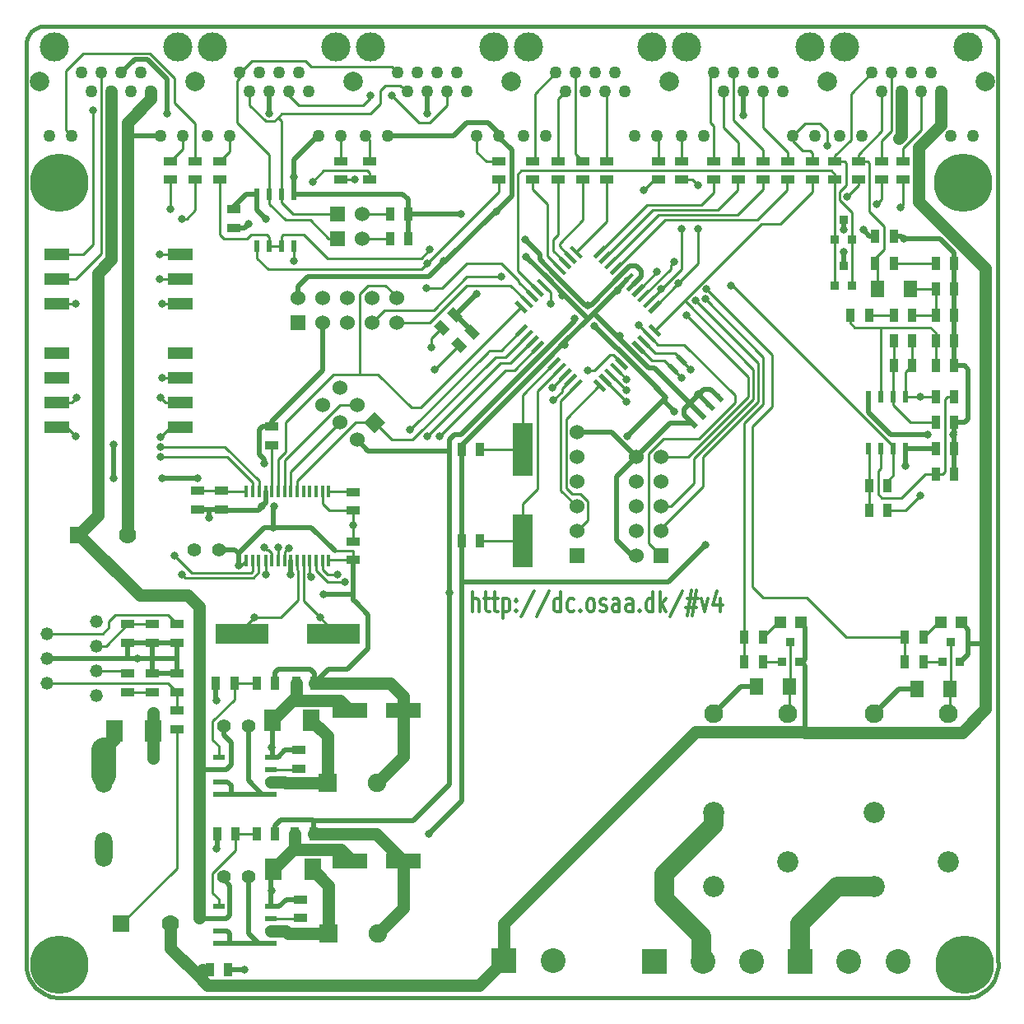
<source format=gtl>
G04 (created by PCBNEW-RS274X (2010-12-18 BZR 2669)-stable) date 2011-01-01T22:16:00 CET*
G01*
G70*
G90*
%MOIN*%
G04 Gerber Fmt 3.4, Leading zero omitted, Abs format*
%FSLAX34Y34*%
G04 APERTURE LIST*
%ADD10C,0.006000*%
%ADD11C,0.012000*%
%ADD12C,0.015000*%
%ADD13R,0.070000X0.070000*%
%ADD14C,0.070000*%
%ADD15C,0.060000*%
%ADD16R,0.060000X0.060000*%
%ADD17R,0.078700X0.216500*%
%ADD18R,0.035000X0.055000*%
%ADD19R,0.020000X0.045000*%
%ADD20R,0.036000X0.036000*%
%ADD21R,0.070900X0.086600*%
%ADD22R,0.075000X0.075000*%
%ADD23C,0.075000*%
%ADD24C,0.055000*%
%ADD25R,0.055000X0.035000*%
%ADD26R,0.047200X0.047200*%
%ADD27R,0.016000X0.050000*%
%ADD28R,0.141700X0.063000*%
%ADD29R,0.216500X0.078700*%
%ADD30R,0.045000X0.020000*%
%ADD31R,0.100000X0.050000*%
%ADD32C,0.236200*%
%ADD33R,0.055100X0.070800*%
%ADD34C,0.078700*%
%ADD35C,0.050000*%
%ADD36C,0.118100*%
%ADD37C,0.076000*%
%ADD38C,0.085900*%
%ADD39C,0.052000*%
%ADD40O,0.070500X0.141000*%
%ADD41R,0.100000X0.100000*%
%ADD42C,0.100000*%
%ADD43C,0.031500*%
%ADD44C,0.010000*%
%ADD45C,0.019700*%
%ADD46C,0.049200*%
%ADD47C,0.078700*%
%ADD48C,0.098400*%
G04 APERTURE END LIST*
G54D10*
G54D11*
X18920Y-25524D02*
X18920Y-24724D01*
X19177Y-25524D02*
X19177Y-25105D01*
X19148Y-25029D01*
X19091Y-24990D01*
X19006Y-24990D01*
X18948Y-25029D01*
X18920Y-25067D01*
X19377Y-24990D02*
X19606Y-24990D01*
X19463Y-24724D02*
X19463Y-25410D01*
X19491Y-25486D01*
X19549Y-25524D01*
X19606Y-25524D01*
X19720Y-24990D02*
X19949Y-24990D01*
X19806Y-24724D02*
X19806Y-25410D01*
X19834Y-25486D01*
X19892Y-25524D01*
X19949Y-25524D01*
X20149Y-24990D02*
X20149Y-25790D01*
X20149Y-25029D02*
X20206Y-24990D01*
X20320Y-24990D01*
X20377Y-25029D01*
X20406Y-25067D01*
X20435Y-25143D01*
X20435Y-25371D01*
X20406Y-25448D01*
X20377Y-25486D01*
X20320Y-25524D01*
X20206Y-25524D01*
X20149Y-25486D01*
X20692Y-25448D02*
X20720Y-25486D01*
X20692Y-25524D01*
X20663Y-25486D01*
X20692Y-25448D01*
X20692Y-25524D01*
X20692Y-25029D02*
X20720Y-25067D01*
X20692Y-25105D01*
X20663Y-25067D01*
X20692Y-25029D01*
X20692Y-25105D01*
X21406Y-24686D02*
X20892Y-25714D01*
X22035Y-24686D02*
X21521Y-25714D01*
X22493Y-25524D02*
X22493Y-24724D01*
X22493Y-25486D02*
X22436Y-25524D01*
X22322Y-25524D01*
X22264Y-25486D01*
X22236Y-25448D01*
X22207Y-25371D01*
X22207Y-25143D01*
X22236Y-25067D01*
X22264Y-25029D01*
X22322Y-24990D01*
X22436Y-24990D01*
X22493Y-25029D01*
X23036Y-25486D02*
X22979Y-25524D01*
X22865Y-25524D01*
X22807Y-25486D01*
X22779Y-25448D01*
X22750Y-25371D01*
X22750Y-25143D01*
X22779Y-25067D01*
X22807Y-25029D01*
X22865Y-24990D01*
X22979Y-24990D01*
X23036Y-25029D01*
X23293Y-25448D02*
X23321Y-25486D01*
X23293Y-25524D01*
X23264Y-25486D01*
X23293Y-25448D01*
X23293Y-25524D01*
X23665Y-25524D02*
X23607Y-25486D01*
X23579Y-25448D01*
X23550Y-25371D01*
X23550Y-25143D01*
X23579Y-25067D01*
X23607Y-25029D01*
X23665Y-24990D01*
X23750Y-24990D01*
X23807Y-25029D01*
X23836Y-25067D01*
X23865Y-25143D01*
X23865Y-25371D01*
X23836Y-25448D01*
X23807Y-25486D01*
X23750Y-25524D01*
X23665Y-25524D01*
X24093Y-25486D02*
X24150Y-25524D01*
X24265Y-25524D01*
X24322Y-25486D01*
X24350Y-25410D01*
X24350Y-25371D01*
X24322Y-25295D01*
X24265Y-25257D01*
X24179Y-25257D01*
X24122Y-25219D01*
X24093Y-25143D01*
X24093Y-25105D01*
X24122Y-25029D01*
X24179Y-24990D01*
X24265Y-24990D01*
X24322Y-25029D01*
X24865Y-25524D02*
X24865Y-25105D01*
X24836Y-25029D01*
X24779Y-24990D01*
X24665Y-24990D01*
X24608Y-25029D01*
X24865Y-25486D02*
X24808Y-25524D01*
X24665Y-25524D01*
X24608Y-25486D01*
X24579Y-25410D01*
X24579Y-25333D01*
X24608Y-25257D01*
X24665Y-25219D01*
X24808Y-25219D01*
X24865Y-25181D01*
X25408Y-25524D02*
X25408Y-25105D01*
X25379Y-25029D01*
X25322Y-24990D01*
X25208Y-24990D01*
X25151Y-25029D01*
X25408Y-25486D02*
X25351Y-25524D01*
X25208Y-25524D01*
X25151Y-25486D01*
X25122Y-25410D01*
X25122Y-25333D01*
X25151Y-25257D01*
X25208Y-25219D01*
X25351Y-25219D01*
X25408Y-25181D01*
X25694Y-25448D02*
X25722Y-25486D01*
X25694Y-25524D01*
X25665Y-25486D01*
X25694Y-25448D01*
X25694Y-25524D01*
X26237Y-25524D02*
X26237Y-24724D01*
X26237Y-25486D02*
X26180Y-25524D01*
X26066Y-25524D01*
X26008Y-25486D01*
X25980Y-25448D01*
X25951Y-25371D01*
X25951Y-25143D01*
X25980Y-25067D01*
X26008Y-25029D01*
X26066Y-24990D01*
X26180Y-24990D01*
X26237Y-25029D01*
X26523Y-25524D02*
X26523Y-24724D01*
X26580Y-25219D02*
X26751Y-25524D01*
X26751Y-24990D02*
X26523Y-25295D01*
X27437Y-24686D02*
X26923Y-25714D01*
X27609Y-24990D02*
X28038Y-24990D01*
X27781Y-24648D02*
X27609Y-25676D01*
X27981Y-25333D02*
X27552Y-25333D01*
X27809Y-25676D02*
X27981Y-24648D01*
X28181Y-24990D02*
X28324Y-25524D01*
X28466Y-24990D01*
X28952Y-24990D02*
X28952Y-25524D01*
X28809Y-24686D02*
X28666Y-25257D01*
X29038Y-25257D01*
G54D12*
X00850Y-39900D02*
X00850Y-02550D01*
X39000Y-41150D02*
X02300Y-41150D01*
X40200Y-02550D02*
X40200Y-39650D01*
X01600Y-01800D02*
X39450Y-01800D01*
X01600Y-01800D02*
X01535Y-01803D01*
X01470Y-01812D01*
X01406Y-01826D01*
X01344Y-01846D01*
X01284Y-01871D01*
X01226Y-01901D01*
X01170Y-01936D01*
X01118Y-01976D01*
X01070Y-02020D01*
X01026Y-02068D01*
X00986Y-02120D01*
X00951Y-02176D01*
X00921Y-02234D01*
X00896Y-02294D01*
X00876Y-02356D01*
X00862Y-02420D01*
X00853Y-02485D01*
X00850Y-02550D01*
X40200Y-02550D02*
X40197Y-02485D01*
X40188Y-02420D01*
X40174Y-02356D01*
X40154Y-02294D01*
X40129Y-02234D01*
X40099Y-02176D01*
X40064Y-02120D01*
X40024Y-02068D01*
X39980Y-02020D01*
X39932Y-01976D01*
X39880Y-01936D01*
X39825Y-01901D01*
X39766Y-01871D01*
X39706Y-01846D01*
X39644Y-01826D01*
X39580Y-01812D01*
X39515Y-01803D01*
X39450Y-01800D01*
X38999Y-41149D02*
X39116Y-41131D01*
X39231Y-41103D01*
X39343Y-41065D01*
X39451Y-41017D01*
X39555Y-40960D01*
X39653Y-40894D01*
X39746Y-40820D01*
X39831Y-40738D01*
X39909Y-40649D01*
X39979Y-40553D01*
X40041Y-40452D01*
X40093Y-40345D01*
X40136Y-40235D01*
X40169Y-40121D01*
X40192Y-40005D01*
X40205Y-39887D01*
X40207Y-39770D01*
X40199Y-39651D01*
X00851Y-39899D02*
X00865Y-40016D01*
X00889Y-40131D01*
X00923Y-40244D01*
X00966Y-40354D01*
X01019Y-40460D01*
X01081Y-40560D01*
X01152Y-40655D01*
X01231Y-40743D01*
X01316Y-40824D01*
X01409Y-40897D01*
X01508Y-40962D01*
X01612Y-41018D01*
X01720Y-41064D01*
X01832Y-41101D01*
X01947Y-41129D01*
X02064Y-41146D01*
X02182Y-41152D01*
X02299Y-41149D01*
G54D13*
X04700Y-38150D03*
G54D14*
X06700Y-38150D03*
G54D13*
X02950Y-22400D03*
G54D14*
X04950Y-22400D03*
G54D10*
G36*
X22165Y-12328D02*
X21740Y-11903D01*
X21853Y-11790D01*
X22278Y-12215D01*
X22165Y-12328D01*
X22165Y-12328D01*
G37*
G36*
X21942Y-12551D02*
X21517Y-12126D01*
X21630Y-12013D01*
X22055Y-12438D01*
X21942Y-12551D01*
X21942Y-12551D01*
G37*
G36*
X21720Y-12773D02*
X21295Y-12348D01*
X21408Y-12235D01*
X21833Y-12660D01*
X21720Y-12773D01*
X21720Y-12773D01*
G37*
G36*
X21497Y-12996D02*
X21072Y-12571D01*
X21185Y-12458D01*
X21610Y-12883D01*
X21497Y-12996D01*
X21497Y-12996D01*
G37*
G36*
X21274Y-13219D02*
X20849Y-12794D01*
X20962Y-12681D01*
X21387Y-13106D01*
X21274Y-13219D01*
X21274Y-13219D01*
G37*
G36*
X21051Y-13442D02*
X20626Y-13017D01*
X20739Y-12904D01*
X21164Y-13329D01*
X21051Y-13442D01*
X21051Y-13442D01*
G37*
G36*
X22388Y-12105D02*
X21963Y-11680D01*
X22076Y-11567D01*
X22501Y-11992D01*
X22388Y-12105D01*
X22388Y-12105D01*
G37*
G36*
X22610Y-11883D02*
X22185Y-11458D01*
X22298Y-11345D01*
X22723Y-11770D01*
X22610Y-11883D01*
X22610Y-11883D01*
G37*
G36*
X22833Y-11660D02*
X22408Y-11235D01*
X22521Y-11122D01*
X22946Y-11547D01*
X22833Y-11660D01*
X22833Y-11660D01*
G37*
G36*
X23056Y-11437D02*
X22631Y-11012D01*
X22744Y-10899D01*
X23169Y-11324D01*
X23056Y-11437D01*
X23056Y-11437D01*
G37*
G36*
X23279Y-11214D02*
X22854Y-10789D01*
X22967Y-10676D01*
X23392Y-11101D01*
X23279Y-11214D01*
X23279Y-11214D01*
G37*
G36*
X25347Y-15510D02*
X24922Y-15085D01*
X25035Y-14972D01*
X25460Y-15397D01*
X25347Y-15510D01*
X25347Y-15510D01*
G37*
G36*
X25124Y-15733D02*
X24699Y-15308D01*
X24812Y-15195D01*
X25237Y-15620D01*
X25124Y-15733D01*
X25124Y-15733D01*
G37*
G36*
X24902Y-15955D02*
X24477Y-15530D01*
X24590Y-15417D01*
X25015Y-15842D01*
X24902Y-15955D01*
X24902Y-15955D01*
G37*
G36*
X24679Y-16178D02*
X24254Y-15753D01*
X24367Y-15640D01*
X24792Y-16065D01*
X24679Y-16178D01*
X24679Y-16178D01*
G37*
G36*
X24456Y-16401D02*
X24031Y-15976D01*
X24144Y-15863D01*
X24569Y-16288D01*
X24456Y-16401D01*
X24456Y-16401D01*
G37*
G36*
X24233Y-16624D02*
X23808Y-16199D01*
X23921Y-16086D01*
X24346Y-16511D01*
X24233Y-16624D01*
X24233Y-16624D01*
G37*
G36*
X25570Y-15287D02*
X25145Y-14862D01*
X25258Y-14749D01*
X25683Y-15174D01*
X25570Y-15287D01*
X25570Y-15287D01*
G37*
G36*
X25792Y-15065D02*
X25367Y-14640D01*
X25480Y-14527D01*
X25905Y-14952D01*
X25792Y-15065D01*
X25792Y-15065D01*
G37*
G36*
X26015Y-14842D02*
X25590Y-14417D01*
X25703Y-14304D01*
X26128Y-14729D01*
X26015Y-14842D01*
X26015Y-14842D01*
G37*
G36*
X26238Y-14619D02*
X25813Y-14194D01*
X25926Y-14081D01*
X26351Y-14506D01*
X26238Y-14619D01*
X26238Y-14619D01*
G37*
G36*
X26461Y-14396D02*
X26036Y-13971D01*
X26149Y-13858D01*
X26574Y-14283D01*
X26461Y-14396D01*
X26461Y-14396D01*
G37*
G36*
X21853Y-15510D02*
X21740Y-15397D01*
X22165Y-14972D01*
X22278Y-15085D01*
X21853Y-15510D01*
X21853Y-15510D01*
G37*
G36*
X25035Y-12328D02*
X24922Y-12215D01*
X25347Y-11790D01*
X25460Y-11903D01*
X25035Y-12328D01*
X25035Y-12328D01*
G37*
G36*
X22076Y-15733D02*
X21963Y-15620D01*
X22388Y-15195D01*
X22501Y-15308D01*
X22076Y-15733D01*
X22076Y-15733D01*
G37*
G36*
X25258Y-12551D02*
X25145Y-12438D01*
X25570Y-12013D01*
X25683Y-12126D01*
X25258Y-12551D01*
X25258Y-12551D01*
G37*
G36*
X25480Y-12773D02*
X25367Y-12660D01*
X25792Y-12235D01*
X25905Y-12348D01*
X25480Y-12773D01*
X25480Y-12773D01*
G37*
G36*
X22298Y-15955D02*
X22185Y-15842D01*
X22610Y-15417D01*
X22723Y-15530D01*
X22298Y-15955D01*
X22298Y-15955D01*
G37*
G36*
X22521Y-16178D02*
X22408Y-16065D01*
X22833Y-15640D01*
X22946Y-15753D01*
X22521Y-16178D01*
X22521Y-16178D01*
G37*
G36*
X25703Y-12996D02*
X25590Y-12883D01*
X26015Y-12458D01*
X26128Y-12571D01*
X25703Y-12996D01*
X25703Y-12996D01*
G37*
G36*
X25926Y-13219D02*
X25813Y-13106D01*
X26238Y-12681D01*
X26351Y-12794D01*
X25926Y-13219D01*
X25926Y-13219D01*
G37*
G36*
X22744Y-16401D02*
X22631Y-16288D01*
X23056Y-15863D01*
X23169Y-15976D01*
X22744Y-16401D01*
X22744Y-16401D01*
G37*
G36*
X22967Y-16624D02*
X22854Y-16511D01*
X23279Y-16086D01*
X23392Y-16199D01*
X22967Y-16624D01*
X22967Y-16624D01*
G37*
G36*
X26149Y-13442D02*
X26036Y-13329D01*
X26461Y-12904D01*
X26574Y-13017D01*
X26149Y-13442D01*
X26149Y-13442D01*
G37*
G36*
X24812Y-12105D02*
X24699Y-11992D01*
X25124Y-11567D01*
X25237Y-11680D01*
X24812Y-12105D01*
X24812Y-12105D01*
G37*
G36*
X21630Y-15287D02*
X21517Y-15174D01*
X21942Y-14749D01*
X22055Y-14862D01*
X21630Y-15287D01*
X21630Y-15287D01*
G37*
G36*
X21408Y-15065D02*
X21295Y-14952D01*
X21720Y-14527D01*
X21833Y-14640D01*
X21408Y-15065D01*
X21408Y-15065D01*
G37*
G36*
X24590Y-11883D02*
X24477Y-11770D01*
X24902Y-11345D01*
X25015Y-11458D01*
X24590Y-11883D01*
X24590Y-11883D01*
G37*
G36*
X24367Y-11660D02*
X24254Y-11547D01*
X24679Y-11122D01*
X24792Y-11235D01*
X24367Y-11660D01*
X24367Y-11660D01*
G37*
G36*
X21185Y-14842D02*
X21072Y-14729D01*
X21497Y-14304D01*
X21610Y-14417D01*
X21185Y-14842D01*
X21185Y-14842D01*
G37*
G36*
X20962Y-14619D02*
X20849Y-14506D01*
X21274Y-14081D01*
X21387Y-14194D01*
X20962Y-14619D01*
X20962Y-14619D01*
G37*
G36*
X24144Y-11437D02*
X24031Y-11324D01*
X24456Y-10899D01*
X24569Y-11012D01*
X24144Y-11437D01*
X24144Y-11437D01*
G37*
G36*
X23921Y-11214D02*
X23808Y-11101D01*
X24233Y-10676D01*
X24346Y-10789D01*
X23921Y-11214D01*
X23921Y-11214D01*
G37*
G36*
X20739Y-14396D02*
X20626Y-14283D01*
X21051Y-13858D01*
X21164Y-13971D01*
X20739Y-14396D01*
X20739Y-14396D01*
G37*
G36*
X15385Y-17854D02*
X14961Y-18278D01*
X14537Y-17854D01*
X14961Y-17430D01*
X15385Y-17854D01*
X15385Y-17854D01*
G37*
G54D15*
X14254Y-18561D03*
X14254Y-17146D03*
X13546Y-17854D03*
X13546Y-16439D03*
X12839Y-17146D03*
G54D16*
X26550Y-23250D03*
G54D15*
X25550Y-23250D03*
X26550Y-22250D03*
X25550Y-22250D03*
X26550Y-21250D03*
X25550Y-21250D03*
X26550Y-20250D03*
X25550Y-20250D03*
X26550Y-19250D03*
X25550Y-19250D03*
G54D17*
X20950Y-22650D03*
X20950Y-18950D03*
G54D18*
X19225Y-22650D03*
X18475Y-22650D03*
X19225Y-18950D03*
X18475Y-18950D03*
X35725Y-20400D03*
X34975Y-20400D03*
X38425Y-16800D03*
X37675Y-16800D03*
X34975Y-21400D03*
X35725Y-21400D03*
X36725Y-15550D03*
X35975Y-15550D03*
X37675Y-17850D03*
X38425Y-17850D03*
X37675Y-14550D03*
X38425Y-14550D03*
X34225Y-13500D03*
X34975Y-13500D03*
X37675Y-13500D03*
X38425Y-13500D03*
X35225Y-11400D03*
X35975Y-11400D03*
X37675Y-19950D03*
X38425Y-19950D03*
X36725Y-14550D03*
X35975Y-14550D03*
X37675Y-15550D03*
X38425Y-15550D03*
X35975Y-13500D03*
X36725Y-13500D03*
X37675Y-12450D03*
X38425Y-12450D03*
X37675Y-11400D03*
X38425Y-11400D03*
G54D19*
X36450Y-18900D03*
X36450Y-16800D03*
X35950Y-18900D03*
X35450Y-18900D03*
X34950Y-18900D03*
X35950Y-16800D03*
X35450Y-16800D03*
X34950Y-16800D03*
G54D20*
X34300Y-12300D03*
X33600Y-12300D03*
X33950Y-11500D03*
X34300Y-10450D03*
X33600Y-10450D03*
X33950Y-09650D03*
G54D21*
X05990Y-30350D03*
X04410Y-30350D03*
G54D22*
X13100Y-38550D03*
G54D23*
X15100Y-38550D03*
G54D24*
X08850Y-36250D03*
X09850Y-36250D03*
G54D25*
X32700Y-07275D03*
X32700Y-08025D03*
X27400Y-07275D03*
X27400Y-08025D03*
X26450Y-07275D03*
X26450Y-08025D03*
G54D18*
X10925Y-34500D03*
X10175Y-34500D03*
X09325Y-34500D03*
X08575Y-34500D03*
G54D25*
X06950Y-28775D03*
X06950Y-28025D03*
X06950Y-30275D03*
X06950Y-29525D03*
X04950Y-28025D03*
X04950Y-28775D03*
X05950Y-26025D03*
X05950Y-26775D03*
X36350Y-07275D03*
X36350Y-08025D03*
X35500Y-07275D03*
X35500Y-08025D03*
X34550Y-07275D03*
X34550Y-08025D03*
X33600Y-07275D03*
X33600Y-08025D03*
X31700Y-07275D03*
X31700Y-08025D03*
X30700Y-07275D03*
X30700Y-08025D03*
X29700Y-07275D03*
X29700Y-08025D03*
X28700Y-07275D03*
X28700Y-08025D03*
X24350Y-07275D03*
X24350Y-08025D03*
X23400Y-07275D03*
X23400Y-08025D03*
X22400Y-07275D03*
X22400Y-08025D03*
X21350Y-07275D03*
X21350Y-08025D03*
X06950Y-26025D03*
X06950Y-26775D03*
X05950Y-28775D03*
X05950Y-28025D03*
X04950Y-26025D03*
X04950Y-26775D03*
X11950Y-37925D03*
X11950Y-37175D03*
G54D18*
X09025Y-40000D03*
X08275Y-40000D03*
X12475Y-34500D03*
X11725Y-34500D03*
X37675Y-18900D03*
X38425Y-18900D03*
X36425Y-26550D03*
X37175Y-26550D03*
X36425Y-27550D03*
X37175Y-27550D03*
X29925Y-26550D03*
X30675Y-26550D03*
X29925Y-27550D03*
X30675Y-27550D03*
G54D20*
X38650Y-27550D03*
X37950Y-27550D03*
X38300Y-26750D03*
X32150Y-27550D03*
X31450Y-27550D03*
X31800Y-26750D03*
G54D26*
X37887Y-25950D03*
X38713Y-25950D03*
X31387Y-25950D03*
X32213Y-25950D03*
G54D27*
X13100Y-20650D03*
X12850Y-20650D03*
X12590Y-20650D03*
X12330Y-20650D03*
X12080Y-20650D03*
X11820Y-20650D03*
X11560Y-20650D03*
X11310Y-20650D03*
X11050Y-20650D03*
X10800Y-20650D03*
X10540Y-20650D03*
X10280Y-20650D03*
X10030Y-20650D03*
X09770Y-20650D03*
X09770Y-23450D03*
X10030Y-23450D03*
X10270Y-23450D03*
X10540Y-23450D03*
X10800Y-23450D03*
X11050Y-23450D03*
X11310Y-23450D03*
X11560Y-23450D03*
X11820Y-23450D03*
X12080Y-23450D03*
X12330Y-23450D03*
X12590Y-23450D03*
X12850Y-23450D03*
X13100Y-23450D03*
G54D28*
X16133Y-29500D03*
X13967Y-29500D03*
G54D21*
X10810Y-29900D03*
X12390Y-29900D03*
G54D22*
X13050Y-32450D03*
G54D23*
X15050Y-32450D03*
G54D16*
X23150Y-23250D03*
G54D15*
X23150Y-22250D03*
X23150Y-21250D03*
X23150Y-20250D03*
X23150Y-19250D03*
X23150Y-18250D03*
G54D16*
X13450Y-10400D03*
G54D15*
X14450Y-10400D03*
G54D16*
X13450Y-09400D03*
G54D15*
X14450Y-09400D03*
G54D29*
X13300Y-26400D03*
X09600Y-26400D03*
G54D24*
X08650Y-23000D03*
X07650Y-23000D03*
G54D18*
X16325Y-10400D03*
X15575Y-10400D03*
X16325Y-09400D03*
X15575Y-09400D03*
G54D25*
X20000Y-08025D03*
X20000Y-07275D03*
X14750Y-08025D03*
X14750Y-07275D03*
X08700Y-08025D03*
X08700Y-07275D03*
X13600Y-08025D03*
X13600Y-07275D03*
G54D18*
X10925Y-28400D03*
X10175Y-28400D03*
X09275Y-28400D03*
X08525Y-28400D03*
G54D25*
X06700Y-07275D03*
X06700Y-08025D03*
X07700Y-07275D03*
X07700Y-08025D03*
X10800Y-18025D03*
X10800Y-18775D03*
X08750Y-20625D03*
X08750Y-21375D03*
X07800Y-20625D03*
X07800Y-21375D03*
X14100Y-23425D03*
X14100Y-22675D03*
G54D18*
X12525Y-28400D03*
X11775Y-28400D03*
G54D25*
X11900Y-31875D03*
X11900Y-31125D03*
X14100Y-20675D03*
X14100Y-21425D03*
G54D10*
G36*
X26415Y-16618D02*
X26097Y-16300D01*
X26239Y-16158D01*
X26557Y-16476D01*
X26415Y-16618D01*
X26415Y-16618D01*
G37*
G36*
X27900Y-18103D02*
X27582Y-17785D01*
X27724Y-17643D01*
X28042Y-17961D01*
X27900Y-18103D01*
X27900Y-18103D01*
G37*
G36*
X26769Y-16264D02*
X26451Y-15946D01*
X26593Y-15804D01*
X26911Y-16122D01*
X26769Y-16264D01*
X26769Y-16264D01*
G37*
G36*
X27122Y-15911D02*
X26804Y-15593D01*
X26946Y-15451D01*
X27264Y-15769D01*
X27122Y-15911D01*
X27122Y-15911D01*
G37*
G36*
X27476Y-15557D02*
X27158Y-15239D01*
X27300Y-15097D01*
X27618Y-15415D01*
X27476Y-15557D01*
X27476Y-15557D01*
G37*
G36*
X28254Y-17749D02*
X27936Y-17431D01*
X28078Y-17289D01*
X28396Y-17607D01*
X28254Y-17749D01*
X28254Y-17749D01*
G37*
G36*
X28607Y-17396D02*
X28289Y-17078D01*
X28431Y-16936D01*
X28749Y-17254D01*
X28607Y-17396D01*
X28607Y-17396D01*
G37*
G36*
X28961Y-17042D02*
X28643Y-16724D01*
X28785Y-16582D01*
X29103Y-16900D01*
X28961Y-17042D01*
X28961Y-17042D01*
G37*
G54D19*
X10200Y-08600D03*
X10200Y-10700D03*
X10700Y-08600D03*
X11200Y-08600D03*
X11700Y-08600D03*
X10700Y-10700D03*
X11200Y-10700D03*
X11700Y-10700D03*
G54D30*
X08650Y-32900D03*
X10750Y-32900D03*
X08650Y-32400D03*
X08650Y-31900D03*
X08650Y-31400D03*
X10750Y-32400D03*
X10750Y-31900D03*
X10750Y-31400D03*
G54D28*
X16133Y-35600D03*
X13967Y-35600D03*
G54D31*
X07100Y-18050D03*
X07100Y-17050D03*
X07100Y-16050D03*
X07100Y-15050D03*
X07100Y-13050D03*
X07100Y-12050D03*
X07100Y-11050D03*
X02100Y-11050D03*
X02100Y-12050D03*
X02100Y-13050D03*
X02100Y-15050D03*
X02100Y-16050D03*
X02100Y-17050D03*
X02100Y-18050D03*
G54D24*
X08850Y-30150D03*
X09850Y-30150D03*
G54D32*
X38800Y-08150D03*
X38850Y-39800D03*
X02200Y-39800D03*
X02200Y-08150D03*
G54D33*
X38269Y-28650D03*
X36931Y-28650D03*
X31769Y-28550D03*
X30431Y-28550D03*
X35331Y-12450D03*
X36669Y-12450D03*
G54D30*
X08650Y-38950D03*
X10750Y-38950D03*
X08650Y-38450D03*
X08650Y-37950D03*
X08650Y-37450D03*
X10750Y-38450D03*
X10750Y-37950D03*
X10750Y-37450D03*
G54D21*
X10860Y-35950D03*
X12440Y-35950D03*
G54D18*
X35225Y-10300D03*
X35975Y-10300D03*
G54D25*
X09250Y-09225D03*
X09250Y-09975D03*
G54D34*
X01400Y-04050D03*
G54D35*
X22300Y-03689D03*
X22700Y-04453D03*
X23100Y-03689D03*
X23500Y-04453D03*
X23900Y-03689D03*
X24300Y-04453D03*
X24700Y-03689D03*
X25100Y-04453D03*
X21000Y-06250D03*
X21900Y-06250D03*
X25500Y-06250D03*
X26400Y-06250D03*
G54D36*
X26200Y-02650D03*
X21200Y-02650D03*
G54D34*
X26900Y-04050D03*
G54D35*
X28700Y-03689D03*
X29100Y-04453D03*
X29500Y-03689D03*
X29900Y-04453D03*
X30300Y-03689D03*
X30700Y-04453D03*
X31100Y-03689D03*
X31500Y-04453D03*
X27400Y-06250D03*
X28300Y-06250D03*
X31900Y-06250D03*
X32800Y-06250D03*
G54D36*
X32600Y-02650D03*
X27600Y-02650D03*
G54D34*
X33300Y-04050D03*
G54D35*
X35100Y-03689D03*
X35500Y-04453D03*
X35900Y-03689D03*
X36300Y-04453D03*
X36700Y-03689D03*
X37100Y-04453D03*
X37500Y-03689D03*
X37900Y-04453D03*
X33800Y-06250D03*
X34700Y-06250D03*
X38300Y-06250D03*
X39200Y-06250D03*
G54D36*
X39000Y-02650D03*
X34000Y-02650D03*
G54D34*
X39700Y-04050D03*
G54D35*
X15900Y-03689D03*
X16300Y-04453D03*
X16700Y-03689D03*
X17100Y-04453D03*
X17500Y-03689D03*
X17900Y-04453D03*
X18300Y-03689D03*
X18700Y-04453D03*
X14600Y-06250D03*
X15500Y-06250D03*
X19100Y-06250D03*
X20000Y-06250D03*
G54D36*
X19800Y-02650D03*
X14800Y-02650D03*
G54D34*
X20500Y-04050D03*
G54D35*
X09500Y-03689D03*
X09900Y-04453D03*
X10300Y-03689D03*
X10700Y-04453D03*
X11100Y-03689D03*
X11500Y-04453D03*
X11900Y-03689D03*
X12300Y-04453D03*
X08200Y-06250D03*
X09100Y-06250D03*
X12700Y-06250D03*
X13600Y-06250D03*
G54D36*
X13400Y-02650D03*
X08400Y-02650D03*
G54D34*
X14100Y-04050D03*
G54D35*
X03100Y-03689D03*
X03500Y-04453D03*
X03900Y-03689D03*
X04300Y-04453D03*
X04700Y-03689D03*
X05100Y-04453D03*
X05500Y-03689D03*
X05900Y-04453D03*
X01800Y-06250D03*
X02700Y-06250D03*
X06300Y-06250D03*
X07200Y-06250D03*
G54D36*
X07000Y-02650D03*
X02000Y-02650D03*
G54D34*
X07700Y-04050D03*
G54D37*
X28700Y-29650D03*
G54D38*
X28700Y-33650D03*
X28700Y-36650D03*
X31700Y-35650D03*
G54D37*
X31700Y-29650D03*
X35200Y-29650D03*
G54D38*
X35200Y-33650D03*
X35200Y-36650D03*
X38200Y-35650D03*
G54D37*
X38200Y-29650D03*
G54D39*
X03700Y-28900D03*
X01700Y-28400D03*
X03700Y-27900D03*
X01700Y-27400D03*
X03700Y-26900D03*
X01700Y-26400D03*
X03700Y-25900D03*
G54D40*
X04000Y-32150D03*
X04000Y-35150D03*
G54D16*
X11850Y-13800D03*
G54D15*
X11850Y-12800D03*
X12850Y-13800D03*
X12850Y-12800D03*
X13850Y-13800D03*
X13850Y-12800D03*
X14850Y-13800D03*
X14850Y-12800D03*
X15850Y-13800D03*
X15850Y-12800D03*
G54D10*
G36*
X18844Y-13867D02*
X19233Y-14256D01*
X18986Y-14503D01*
X18597Y-14114D01*
X18844Y-13867D01*
X18844Y-13867D01*
G37*
G36*
X18314Y-14397D02*
X18703Y-14786D01*
X18456Y-15033D01*
X18067Y-14644D01*
X18314Y-14397D01*
X18314Y-14397D01*
G37*
G36*
X18144Y-13167D02*
X18533Y-13556D01*
X18286Y-13803D01*
X17897Y-13414D01*
X18144Y-13167D01*
X18144Y-13167D01*
G37*
G36*
X17614Y-13697D02*
X18003Y-14086D01*
X17756Y-14333D01*
X17367Y-13944D01*
X17614Y-13697D01*
X17614Y-13697D01*
G37*
G54D41*
X26294Y-39685D03*
G54D42*
X28263Y-39685D03*
X30232Y-39685D03*
G54D41*
X32200Y-39685D03*
G54D42*
X34169Y-39685D03*
X36138Y-39685D03*
G54D41*
X20200Y-39650D03*
G54D42*
X22200Y-39650D03*
G54D43*
X09700Y-40000D03*
X36300Y-05400D03*
X36200Y-06350D03*
X29900Y-05400D03*
X17100Y-05350D03*
X10700Y-05350D03*
X06550Y-05350D03*
X12900Y-24800D03*
X10500Y-19500D03*
X10900Y-21250D03*
X10850Y-22100D03*
X10500Y-22900D03*
X11050Y-22900D03*
X12400Y-24100D03*
X09450Y-23650D03*
X10550Y-09600D03*
X19100Y-12650D03*
X17750Y-11300D03*
X27100Y-17400D03*
X25200Y-18400D03*
X19900Y-09300D03*
X21050Y-10450D03*
X18000Y-24750D03*
X36450Y-19600D03*
X33950Y-10050D03*
X34750Y-10050D03*
X23850Y-13950D03*
X23050Y-13650D03*
X23600Y-13100D03*
X17600Y-18400D03*
X10100Y-25750D03*
X12750Y-25750D03*
X06300Y-19250D03*
X02850Y-18400D03*
X06300Y-18850D03*
X02900Y-16850D03*
X03550Y-05200D03*
X02850Y-13050D03*
X06350Y-16050D03*
X07150Y-24000D03*
X06300Y-16850D03*
X06850Y-23250D03*
X06300Y-18450D03*
X06250Y-11050D03*
X06250Y-12050D03*
X06350Y-13050D03*
X21100Y-11150D03*
X18450Y-09400D03*
X06000Y-31450D03*
X06000Y-31050D03*
X06000Y-29600D03*
X04400Y-20100D03*
X04400Y-18750D03*
X11550Y-24000D03*
X28050Y-16700D03*
X09850Y-09800D03*
X11700Y-07900D03*
X28350Y-22800D03*
X37350Y-18350D03*
X38400Y-18350D03*
X36400Y-10400D03*
X33950Y-10950D03*
X17150Y-34500D03*
X22550Y-12700D03*
X22650Y-14700D03*
X24900Y-14350D03*
X24800Y-12500D03*
X10800Y-36800D03*
X13550Y-35150D03*
X08250Y-21700D03*
X10800Y-31000D03*
X13567Y-29100D03*
X07800Y-20100D03*
X06350Y-20100D03*
X14100Y-22000D03*
X10400Y-21250D03*
X11500Y-22950D03*
X10550Y-24000D03*
X08550Y-29100D03*
X11750Y-29100D03*
X08550Y-35100D03*
X11650Y-35150D03*
X05350Y-27400D03*
X04950Y-10900D03*
X13750Y-24300D03*
X06700Y-09200D03*
X07150Y-09600D03*
X13450Y-24000D03*
X04000Y-31100D03*
X37050Y-16800D03*
X37050Y-20800D03*
X33300Y-06650D03*
X15650Y-04600D03*
X14800Y-04600D03*
X22100Y-13050D03*
X20100Y-11950D03*
X17050Y-12400D03*
X16400Y-18150D03*
X17100Y-18400D03*
X17250Y-14800D03*
X27400Y-16050D03*
X17400Y-15700D03*
X27750Y-15700D03*
X25650Y-13900D03*
X14150Y-08000D03*
X28050Y-10000D03*
X28050Y-08250D03*
X27250Y-12200D03*
X27950Y-12900D03*
X27600Y-13500D03*
X26550Y-12450D03*
X27400Y-10000D03*
X25850Y-08450D03*
X27100Y-11350D03*
X28400Y-12450D03*
X26400Y-11750D03*
X28350Y-12850D03*
X22150Y-16450D03*
X17100Y-11400D03*
X12450Y-08100D03*
X11700Y-11300D03*
X22200Y-16950D03*
X25150Y-17000D03*
X36250Y-09150D03*
X25150Y-16550D03*
X35300Y-09000D03*
X34100Y-08700D03*
X29400Y-12300D03*
X25150Y-16100D03*
X23600Y-15750D03*
X17200Y-10850D03*
G54D44*
X06950Y-30275D02*
X06950Y-35900D01*
X06950Y-35900D02*
X04700Y-38150D01*
G54D45*
X09025Y-40000D02*
X09700Y-40000D01*
X36300Y-05400D02*
X36300Y-04453D01*
G54D46*
X36300Y-04453D02*
X36300Y-06250D01*
X36300Y-06250D02*
X36200Y-06350D01*
G54D45*
X30431Y-28550D02*
X29800Y-28550D01*
X29800Y-28550D02*
X28700Y-29650D01*
X36931Y-28650D02*
X36200Y-28650D01*
X36200Y-28650D02*
X35200Y-29650D01*
X29900Y-04453D02*
X29900Y-05400D01*
G54D46*
X04300Y-04453D02*
X04300Y-06800D01*
X03750Y-21600D02*
X02950Y-22400D01*
X03750Y-11800D02*
X03750Y-21600D01*
X04300Y-11250D02*
X03750Y-11800D01*
X04300Y-09550D02*
X04300Y-11250D01*
X04300Y-06800D02*
X04300Y-09550D01*
G54D45*
X17100Y-05350D02*
X17100Y-04453D01*
X04700Y-03689D02*
X05239Y-03150D01*
X10700Y-05350D02*
X10700Y-04453D01*
X06550Y-03950D02*
X06550Y-05350D01*
X05750Y-03150D02*
X06550Y-03950D01*
X05239Y-03150D02*
X05750Y-03150D01*
X08650Y-37950D02*
X07900Y-37950D01*
X07900Y-37950D02*
X07850Y-37900D01*
X08650Y-31900D02*
X07850Y-31900D01*
X07850Y-31900D02*
X08000Y-31900D01*
X08000Y-31900D02*
X07850Y-31900D01*
G54D46*
X02950Y-22400D02*
X03000Y-22400D01*
X07850Y-25300D02*
X07850Y-31900D01*
X07400Y-24850D02*
X07850Y-25300D01*
X05450Y-24850D02*
X07400Y-24850D01*
X03000Y-22400D02*
X05450Y-24850D01*
X07850Y-31900D02*
X07850Y-37900D01*
X07850Y-37900D02*
X07850Y-37450D01*
G54D45*
X08850Y-30150D02*
X08850Y-30500D01*
X08850Y-30500D02*
X09150Y-30800D01*
X09150Y-30800D02*
X09150Y-31700D01*
X09150Y-31700D02*
X08950Y-31900D01*
X08950Y-31900D02*
X08650Y-31900D01*
X08850Y-36250D02*
X08850Y-36350D01*
X08950Y-37950D02*
X08650Y-37950D01*
X09100Y-37800D02*
X08950Y-37950D01*
X09100Y-36600D02*
X09100Y-37800D01*
X08850Y-36350D02*
X09100Y-36600D01*
X12850Y-13800D02*
X12850Y-15750D01*
X10800Y-17800D02*
X10800Y-18025D01*
X12850Y-15750D02*
X10800Y-17800D01*
X12900Y-24800D02*
X14100Y-24800D01*
X14100Y-23425D02*
X14100Y-24800D01*
X14100Y-24800D02*
X14100Y-25050D01*
X13850Y-27850D02*
X13075Y-27850D01*
X14700Y-27000D02*
X13850Y-27850D01*
X14700Y-25650D02*
X14700Y-27000D01*
X14175Y-25125D02*
X14700Y-25650D01*
X13075Y-27850D02*
X12525Y-28400D01*
X14100Y-25050D02*
X14175Y-25125D01*
X10800Y-18025D02*
X10425Y-18025D01*
X10425Y-18025D02*
X10300Y-18150D01*
X10300Y-18150D02*
X10300Y-19150D01*
X10300Y-19150D02*
X10500Y-19350D01*
X10500Y-19350D02*
X10500Y-19500D01*
X10900Y-21250D02*
X10850Y-21300D01*
X10850Y-21300D02*
X10850Y-22100D01*
X08650Y-23000D02*
X09300Y-23000D01*
X09300Y-23000D02*
X09450Y-23150D01*
G54D44*
X14100Y-23425D02*
X14100Y-23050D01*
G54D45*
X12400Y-22100D02*
X10850Y-22100D01*
X13350Y-23050D02*
X12400Y-22100D01*
G54D44*
X14100Y-23050D02*
X13350Y-23050D01*
G54D45*
X09450Y-23650D02*
X09450Y-23150D01*
X09450Y-23150D02*
X10500Y-22100D01*
X10500Y-22100D02*
X10850Y-22100D01*
G54D44*
X10800Y-23150D02*
X10800Y-23450D01*
X10650Y-23000D02*
X10800Y-23150D01*
X10600Y-23000D02*
X10650Y-23000D01*
X10500Y-22900D02*
X10600Y-23000D01*
X11050Y-23450D02*
X11050Y-22900D01*
X14100Y-23425D02*
X13125Y-23425D01*
X13125Y-23425D02*
X13100Y-23450D01*
X12330Y-24030D02*
X12330Y-23450D01*
G54D45*
X12400Y-24100D02*
X12330Y-24030D01*
G54D44*
X09570Y-23650D02*
X09770Y-23450D01*
X09450Y-23650D02*
X09570Y-23650D01*
G54D45*
X12525Y-28400D02*
X12525Y-28025D01*
X12525Y-28025D02*
X12350Y-27850D01*
X12350Y-27850D02*
X11050Y-27850D01*
X11050Y-27850D02*
X10925Y-27975D01*
X10925Y-27975D02*
X10925Y-28400D01*
G54D46*
X12525Y-28400D02*
X15600Y-28400D01*
X16133Y-28933D02*
X16133Y-29500D01*
X15600Y-28400D02*
X16133Y-28933D01*
X15050Y-32450D02*
X16133Y-31367D01*
X16133Y-31367D02*
X16133Y-29500D01*
G54D45*
X20000Y-06250D02*
X20000Y-06300D01*
X20520Y-08680D02*
X19900Y-09300D01*
X20520Y-06820D02*
X20520Y-08680D01*
X20000Y-06300D02*
X20520Y-06820D01*
X20000Y-06250D02*
X20000Y-06150D01*
X18150Y-06250D02*
X15500Y-06250D01*
X18700Y-05700D02*
X18150Y-06250D01*
X19550Y-05700D02*
X18700Y-05700D01*
X20000Y-06150D02*
X19550Y-05700D01*
X10200Y-09250D02*
X10550Y-09600D01*
X10200Y-08600D02*
X10200Y-09250D01*
X17750Y-11300D02*
X17750Y-11350D01*
X17750Y-11350D02*
X17150Y-11950D01*
X17150Y-11950D02*
X12250Y-11950D01*
X12250Y-11950D02*
X11850Y-12350D01*
X11850Y-12350D02*
X11850Y-12800D01*
X24968Y-11836D02*
X24968Y-11832D01*
X25750Y-11946D02*
X25414Y-12282D01*
X25750Y-11700D02*
X25750Y-11946D01*
X25550Y-11500D02*
X25750Y-11700D01*
X25300Y-11500D02*
X25550Y-11500D01*
X24968Y-11832D02*
X25300Y-11500D01*
X18915Y-14185D02*
X18215Y-13485D01*
X18215Y-13485D02*
X18265Y-13485D01*
X18265Y-13485D02*
X19100Y-12650D01*
X17750Y-11300D02*
X17800Y-11350D01*
X17800Y-11350D02*
X19850Y-09300D01*
X19850Y-09300D02*
X19900Y-09300D01*
X27100Y-17400D02*
X26650Y-16950D01*
X26750Y-16850D02*
X26650Y-16950D01*
X26650Y-16950D02*
X25200Y-18400D01*
X26750Y-16850D02*
X26327Y-16427D01*
X26327Y-16388D02*
X26327Y-16427D01*
X21650Y-11254D02*
X22232Y-11836D01*
X21050Y-10450D02*
X21650Y-11050D01*
X21650Y-11050D02*
X21650Y-11254D01*
X09250Y-09225D02*
X09250Y-09100D01*
X09750Y-08600D02*
X10200Y-08600D01*
X09250Y-09100D02*
X09750Y-08600D01*
X36450Y-18900D02*
X36450Y-19600D01*
X36450Y-18900D02*
X37675Y-18900D01*
X33950Y-09650D02*
X33950Y-10050D01*
X35000Y-10300D02*
X35225Y-10300D01*
X34750Y-10050D02*
X35000Y-10300D01*
X14254Y-18561D02*
X14693Y-19000D01*
X14693Y-19000D02*
X18000Y-19000D01*
X16750Y-33750D02*
X18000Y-32500D01*
X18000Y-32500D02*
X18000Y-24750D01*
X12475Y-33975D02*
X16525Y-33975D01*
X16525Y-33975D02*
X16750Y-33750D01*
X18454Y-18350D02*
X21786Y-15018D01*
X18200Y-18350D02*
X18454Y-18350D01*
X18000Y-18550D02*
X18200Y-18350D01*
X18000Y-23150D02*
X18000Y-19000D01*
X18000Y-24750D02*
X18000Y-23450D01*
X18000Y-23450D02*
X18000Y-23150D01*
X18000Y-19000D02*
X18000Y-18550D01*
X25191Y-15241D02*
X24800Y-14850D01*
X24750Y-14850D02*
X23850Y-13950D01*
X24800Y-14850D02*
X24750Y-14850D01*
X23600Y-13100D02*
X23704Y-13100D01*
X23704Y-13100D02*
X24968Y-11836D01*
X22232Y-11836D02*
X23496Y-13100D01*
X23496Y-13100D02*
X23600Y-13100D01*
X23050Y-13754D02*
X21786Y-15018D01*
X23050Y-13650D02*
X23050Y-13754D01*
X25191Y-15241D02*
X26327Y-16377D01*
X26327Y-16377D02*
X26327Y-16388D01*
X10925Y-34500D02*
X10925Y-34175D01*
X12475Y-33975D02*
X12475Y-34500D01*
X12450Y-33950D02*
X12475Y-33975D01*
X11150Y-33950D02*
X12450Y-33950D01*
X10925Y-34175D02*
X11150Y-33950D01*
G54D46*
X16133Y-35600D02*
X15033Y-34500D01*
X15033Y-34500D02*
X12475Y-34500D01*
X15100Y-38550D02*
X16133Y-37517D01*
X16133Y-37517D02*
X16133Y-35600D01*
G54D44*
X20250Y-15750D02*
X20500Y-15750D01*
X17600Y-18400D02*
X20250Y-15750D01*
X21564Y-14796D02*
X20610Y-15750D01*
X20610Y-15750D02*
X20500Y-15750D01*
G54D47*
X28200Y-38650D02*
X28200Y-39622D01*
X26700Y-37150D02*
X28200Y-38650D01*
X26700Y-36150D02*
X26700Y-37150D01*
X28700Y-34150D02*
X26700Y-36150D01*
X28700Y-33650D02*
X28700Y-34150D01*
X28200Y-39622D02*
X28263Y-39685D01*
X32200Y-39685D02*
X32200Y-38150D01*
X32225Y-38125D02*
X33700Y-36650D01*
X32200Y-38150D02*
X32225Y-38125D01*
X33700Y-36650D02*
X35200Y-36650D01*
G54D44*
X11820Y-23450D02*
X11820Y-23820D01*
X11150Y-25750D02*
X10100Y-25750D01*
X11850Y-25050D02*
X11150Y-25750D01*
X11850Y-23850D02*
X11850Y-25050D01*
X11820Y-23820D02*
X11850Y-23850D01*
X09600Y-26250D02*
X09600Y-26400D01*
X10100Y-25750D02*
X09600Y-26250D01*
X12750Y-25750D02*
X12080Y-25080D01*
X12080Y-25080D02*
X12080Y-23450D01*
X13300Y-26300D02*
X13300Y-26400D01*
X12750Y-25750D02*
X13300Y-26300D01*
X07800Y-20625D02*
X08750Y-20625D01*
X08750Y-20625D02*
X08775Y-20650D01*
X08775Y-20650D02*
X09770Y-20650D01*
X10030Y-20280D02*
X09000Y-19250D01*
X09000Y-19250D02*
X06300Y-19250D01*
X10030Y-20650D02*
X10030Y-20280D01*
X02100Y-18050D02*
X02500Y-18050D01*
X02500Y-18050D02*
X02850Y-18400D01*
X10280Y-20650D02*
X10280Y-20230D01*
X08900Y-18850D02*
X06300Y-18850D01*
X10280Y-20230D02*
X08900Y-18850D01*
X02100Y-17050D02*
X02700Y-17050D01*
X02700Y-17050D02*
X02900Y-16850D01*
X02100Y-11050D02*
X03150Y-11050D01*
X03150Y-11050D02*
X03550Y-10650D01*
X03550Y-10650D02*
X03550Y-05200D01*
X02100Y-12050D02*
X02850Y-12050D01*
X02850Y-12050D02*
X03900Y-11000D01*
X03900Y-11000D02*
X03900Y-03689D01*
X02100Y-13050D02*
X02850Y-13050D01*
X06350Y-16050D02*
X07100Y-16050D01*
X10270Y-23450D02*
X10270Y-23930D01*
X07300Y-24150D02*
X07150Y-24000D01*
X10050Y-24150D02*
X07300Y-24150D01*
X10270Y-23930D02*
X10050Y-24150D01*
X07100Y-17050D02*
X06500Y-17050D01*
X06500Y-17050D02*
X06300Y-16850D01*
X10030Y-23450D02*
X10030Y-23870D01*
X07550Y-23950D02*
X06850Y-23250D01*
X09950Y-23950D02*
X07550Y-23950D01*
X10030Y-23870D02*
X09950Y-23950D01*
X07100Y-18050D02*
X06700Y-18050D01*
X06700Y-18050D02*
X06300Y-18450D01*
X06250Y-11050D02*
X07100Y-11050D01*
X06250Y-12050D02*
X07100Y-12050D01*
X06350Y-13050D02*
X07100Y-13050D01*
X13100Y-20650D02*
X14075Y-20650D01*
X14075Y-20650D02*
X14100Y-20675D01*
X10800Y-18775D02*
X10800Y-20620D01*
X10770Y-20650D02*
X10800Y-20650D01*
X10800Y-20620D02*
X10770Y-20650D01*
X35225Y-11400D02*
X35225Y-11225D01*
X34925Y-07275D02*
X35000Y-07350D01*
X35000Y-07350D02*
X35000Y-09300D01*
X34925Y-07275D02*
X34550Y-07275D01*
X35600Y-09900D02*
X35000Y-09300D01*
X35600Y-10850D02*
X35600Y-09900D01*
X35225Y-11225D02*
X35600Y-10850D01*
X35331Y-12450D02*
X35331Y-11506D01*
X35331Y-11506D02*
X35225Y-11400D01*
X35500Y-04453D02*
X35500Y-06050D01*
X35500Y-06050D02*
X34550Y-07000D01*
X34550Y-07000D02*
X34550Y-07275D01*
X34050Y-07350D02*
X34050Y-08250D01*
X34300Y-09350D02*
X34050Y-09100D01*
X34050Y-07350D02*
X33975Y-07275D01*
X33600Y-07275D02*
X33975Y-07275D01*
X34300Y-09350D02*
X34300Y-10450D01*
X33800Y-08850D02*
X34050Y-09100D01*
X33800Y-08500D02*
X33800Y-08850D01*
X34050Y-08250D02*
X33800Y-08500D01*
X34300Y-12300D02*
X34300Y-10450D01*
X35100Y-03689D02*
X34250Y-04539D01*
X33600Y-07050D02*
X33600Y-07275D01*
X34250Y-06400D02*
X33600Y-07050D01*
X34250Y-04539D02*
X34250Y-06400D01*
G54D46*
X32400Y-30394D02*
X27948Y-30394D01*
X20200Y-38200D02*
X20200Y-39650D01*
X20200Y-38142D02*
X20200Y-38200D01*
X27948Y-30394D02*
X20200Y-38142D01*
G54D45*
X22009Y-12059D02*
X21100Y-11150D01*
X18450Y-09400D02*
X16325Y-09400D01*
G54D46*
X06000Y-31050D02*
X06000Y-31450D01*
X05990Y-30350D02*
X05990Y-31040D01*
X05990Y-31040D02*
X06000Y-31050D01*
X05990Y-30350D02*
X05990Y-29610D01*
X05990Y-29610D02*
X06000Y-29600D01*
G54D45*
X04400Y-18750D02*
X04400Y-20100D01*
X11560Y-23450D02*
X11560Y-23990D01*
X11560Y-23990D02*
X11550Y-24000D01*
X28149Y-16601D02*
X28200Y-16601D01*
X28050Y-16700D02*
X28149Y-16601D01*
X04950Y-26775D02*
X04950Y-27400D01*
X01700Y-27400D02*
X04950Y-27400D01*
X04950Y-27400D02*
X05350Y-27400D01*
X05350Y-27400D02*
X06950Y-27400D01*
X08275Y-40000D02*
X08000Y-40000D01*
G54D46*
X08000Y-40000D02*
X07775Y-40225D01*
G54D45*
X32400Y-27700D02*
X32400Y-30150D01*
X32250Y-27550D02*
X32400Y-27700D01*
X32150Y-27550D02*
X32250Y-27550D01*
X32400Y-30150D02*
X32400Y-30394D01*
X32400Y-30394D02*
X32400Y-30400D01*
X32400Y-30400D02*
X32400Y-30350D01*
X32400Y-30350D02*
X32400Y-30400D01*
G54D46*
X39700Y-29450D02*
X39700Y-26800D01*
X32400Y-30400D02*
X38750Y-30400D01*
X38750Y-30400D02*
X39700Y-29450D01*
G54D45*
X16325Y-10400D02*
X16325Y-09400D01*
X16325Y-09400D02*
X16325Y-08825D01*
X16100Y-08600D02*
X11700Y-08600D01*
X16325Y-08825D02*
X16100Y-08600D01*
X09250Y-09975D02*
X09675Y-09975D01*
X09675Y-09975D02*
X09850Y-09800D01*
X11700Y-07900D02*
X11700Y-08000D01*
X18475Y-24300D02*
X26850Y-24300D01*
X26850Y-24300D02*
X28350Y-22800D01*
X34950Y-16800D02*
X34950Y-17450D01*
X34950Y-17450D02*
X35850Y-18350D01*
X35850Y-18350D02*
X37350Y-18350D01*
X38450Y-18250D02*
X38425Y-18250D01*
X38400Y-18350D02*
X38425Y-18325D01*
X38425Y-18325D02*
X38425Y-18275D01*
X38425Y-18275D02*
X38450Y-18250D01*
X38425Y-17850D02*
X38850Y-17850D01*
X38850Y-15550D02*
X38425Y-15550D01*
X39000Y-15700D02*
X38850Y-15550D01*
X39000Y-17700D02*
X39000Y-15700D01*
X38850Y-17850D02*
X39000Y-17700D01*
X38425Y-18900D02*
X38425Y-18250D01*
X38425Y-18250D02*
X38425Y-17850D01*
X38425Y-18900D02*
X38425Y-19950D01*
X38425Y-14550D02*
X38425Y-15550D01*
X38425Y-13500D02*
X38425Y-14550D01*
X38425Y-12450D02*
X38425Y-13500D01*
X38425Y-11400D02*
X38425Y-12450D01*
X36400Y-10400D02*
X37850Y-10400D01*
X38425Y-10975D02*
X38425Y-11400D01*
X38150Y-10700D02*
X38425Y-10975D01*
X38150Y-10700D02*
X38150Y-10700D01*
X37850Y-10400D02*
X38150Y-10700D01*
X33950Y-11500D02*
X33950Y-10950D01*
X36300Y-10300D02*
X35975Y-10300D01*
X36400Y-10400D02*
X36300Y-10300D01*
X12700Y-06250D02*
X12650Y-06250D01*
X11700Y-07200D02*
X11700Y-08000D01*
X11700Y-08000D02*
X11700Y-08600D01*
X12650Y-06250D02*
X11700Y-07200D01*
X23150Y-18250D02*
X24550Y-18250D01*
X24550Y-18250D02*
X25550Y-19250D01*
X25550Y-19250D02*
X24750Y-20050D01*
X25400Y-23250D02*
X25550Y-23250D01*
X24750Y-22600D02*
X25400Y-23250D01*
X24750Y-20050D02*
X24750Y-22600D01*
X27812Y-17873D02*
X26927Y-17873D01*
X26927Y-17873D02*
X25550Y-19250D01*
X18475Y-22650D02*
X18475Y-24300D01*
X18475Y-24300D02*
X18475Y-33175D01*
X18475Y-33175D02*
X17150Y-34500D01*
X18475Y-18950D02*
X18475Y-18775D01*
X18475Y-18775D02*
X22009Y-15241D01*
X18475Y-22650D02*
X18475Y-18950D01*
X22550Y-12700D02*
X22550Y-12600D01*
X22625Y-14675D02*
X22625Y-14625D01*
X22650Y-14700D02*
X22625Y-14675D01*
X24877Y-14327D02*
X24723Y-14327D01*
X24900Y-14350D02*
X24877Y-14327D01*
X24800Y-12500D02*
X24800Y-12450D01*
X24800Y-12450D02*
X24950Y-12300D01*
X24850Y-12450D02*
X24850Y-12400D01*
X24800Y-12500D02*
X24850Y-12450D01*
X22009Y-12059D02*
X22550Y-12600D01*
X22550Y-12600D02*
X23550Y-13600D01*
X23550Y-13600D02*
X23550Y-13700D01*
X25414Y-15018D02*
X24723Y-14327D01*
X24723Y-14327D02*
X23823Y-13427D01*
X23850Y-13450D02*
X23850Y-13400D01*
X23827Y-13427D02*
X23850Y-13450D01*
X23823Y-13427D02*
X23827Y-13427D01*
X22009Y-15241D02*
X22625Y-14625D01*
X22625Y-14625D02*
X23550Y-13700D01*
X23550Y-13700D02*
X23850Y-13400D01*
X23850Y-13400D02*
X24850Y-12400D01*
X24850Y-12400D02*
X24950Y-12300D01*
X24950Y-12300D02*
X25191Y-12059D01*
X28519Y-17166D02*
X28077Y-16724D01*
X28100Y-16700D02*
X28100Y-16701D01*
X28077Y-16723D02*
X28100Y-16700D01*
X28077Y-16724D02*
X28077Y-16723D01*
X27676Y-17125D02*
X28100Y-16701D01*
X28100Y-16701D02*
X28200Y-16601D01*
X28200Y-16601D02*
X28201Y-16600D01*
X28201Y-16600D02*
X28301Y-16500D01*
X28561Y-16500D02*
X28873Y-16812D01*
X28301Y-16500D02*
X28561Y-16500D01*
X27812Y-17873D02*
X27500Y-17561D01*
X27500Y-17561D02*
X27500Y-17301D01*
X27500Y-17301D02*
X27676Y-17125D01*
X27676Y-17125D02*
X27724Y-17077D01*
X26681Y-16034D02*
X27724Y-17077D01*
X27724Y-17077D02*
X28166Y-17519D01*
X25414Y-15018D02*
X26046Y-15650D01*
X26297Y-15650D02*
X26681Y-16034D01*
X26046Y-15650D02*
X26297Y-15650D01*
X10750Y-36850D02*
X10750Y-37050D01*
X10800Y-36800D02*
X10750Y-36850D01*
X13650Y-35250D02*
X13700Y-35250D01*
X13550Y-35150D02*
X13650Y-35250D01*
X08250Y-21375D02*
X08250Y-21700D01*
X10810Y-31010D02*
X10810Y-31040D01*
X10800Y-31000D02*
X10810Y-31010D01*
X07800Y-20100D02*
X06350Y-20100D01*
G54D44*
X10400Y-21250D02*
X10540Y-21110D01*
X10540Y-21110D02*
X10500Y-21150D01*
X11310Y-23450D02*
X11310Y-23090D01*
X11310Y-23090D02*
X11450Y-22950D01*
X11450Y-22950D02*
X11500Y-22950D01*
X14100Y-21425D02*
X13125Y-21425D01*
X12850Y-21150D02*
X12850Y-20650D01*
X13125Y-21425D02*
X12850Y-21150D01*
X14100Y-22675D02*
X14100Y-22000D01*
X14100Y-22000D02*
X14100Y-21425D01*
X10550Y-24000D02*
X10550Y-23460D01*
X10550Y-23460D02*
X10540Y-23450D01*
G54D45*
X07800Y-21375D02*
X08250Y-21375D01*
X08250Y-21375D02*
X08750Y-21375D01*
X08750Y-21375D02*
X08775Y-21400D01*
X08775Y-21400D02*
X10250Y-21400D01*
X10250Y-21400D02*
X10500Y-21150D01*
X10500Y-21150D02*
X10540Y-21110D01*
X10540Y-21110D02*
X10540Y-20650D01*
X08525Y-28400D02*
X08525Y-29075D01*
X08525Y-29075D02*
X08550Y-29100D01*
X11775Y-29075D02*
X11775Y-28935D01*
X11750Y-29100D02*
X11775Y-29075D01*
G54D46*
X11775Y-28400D02*
X11775Y-28935D01*
X11775Y-28935D02*
X11610Y-29100D01*
G54D45*
X08575Y-34500D02*
X08575Y-35075D01*
X08575Y-35075D02*
X08550Y-35100D01*
X11650Y-35150D02*
X11725Y-35075D01*
X11725Y-35075D02*
X11800Y-35150D01*
X11800Y-35150D02*
X11725Y-35150D01*
X10750Y-37450D02*
X11100Y-37450D01*
X11375Y-37175D02*
X11950Y-37175D01*
X11100Y-37450D02*
X11375Y-37175D01*
X10750Y-31400D02*
X11050Y-31400D01*
X11325Y-31125D02*
X11900Y-31125D01*
X11050Y-31400D02*
X11325Y-31125D01*
X10860Y-35950D02*
X10750Y-36060D01*
X10750Y-36060D02*
X10750Y-37050D01*
X10750Y-37050D02*
X10750Y-37450D01*
G54D46*
X11725Y-34500D02*
X11725Y-35150D01*
X11725Y-35150D02*
X11725Y-35075D01*
X11725Y-35075D02*
X11650Y-35150D01*
X13967Y-35600D02*
X13967Y-35517D01*
X13967Y-35517D02*
X13700Y-35250D01*
X13700Y-35250D02*
X13600Y-35150D01*
X13600Y-35150D02*
X11650Y-35150D01*
X10860Y-35940D02*
X10860Y-35950D01*
X11650Y-35150D02*
X10860Y-35940D01*
G54D45*
X10750Y-31400D02*
X10810Y-31340D01*
X10810Y-31340D02*
X10810Y-31040D01*
X10810Y-31040D02*
X10810Y-29900D01*
G54D46*
X10810Y-29900D02*
X11610Y-29100D01*
X11610Y-29100D02*
X12300Y-29100D01*
X13967Y-29500D02*
X13567Y-29100D01*
X13567Y-29100D02*
X12300Y-29100D01*
X37900Y-04453D02*
X37900Y-05800D01*
X37000Y-08900D02*
X38100Y-10000D01*
X37000Y-06700D02*
X37000Y-08900D01*
X37900Y-05800D02*
X37000Y-06700D01*
X38100Y-10000D02*
X38100Y-10000D01*
X39700Y-26800D02*
X39700Y-11600D01*
X39700Y-11600D02*
X38100Y-10000D01*
X06700Y-38150D02*
X06700Y-39150D01*
X06700Y-39150D02*
X07775Y-40225D01*
X19200Y-40650D02*
X20200Y-39650D01*
X07775Y-40225D02*
X08200Y-40650D01*
X08200Y-40650D02*
X19200Y-40650D01*
G54D45*
X05950Y-27400D02*
X05350Y-27400D01*
X39000Y-26800D02*
X39700Y-26800D01*
X39700Y-26800D02*
X39600Y-26800D01*
X39600Y-26800D02*
X39700Y-26800D01*
X38650Y-27550D02*
X38700Y-27550D01*
X39000Y-26237D02*
X38713Y-25950D01*
X39000Y-27250D02*
X39000Y-26800D01*
X39000Y-26800D02*
X39000Y-26237D01*
X38700Y-27550D02*
X39000Y-27250D01*
X32150Y-27550D02*
X32300Y-27550D01*
X32400Y-26137D02*
X32213Y-25950D01*
X32400Y-27450D02*
X32400Y-26137D01*
X32300Y-27550D02*
X32400Y-27450D01*
X06300Y-06250D02*
X04950Y-06250D01*
X04950Y-06250D02*
X05050Y-06250D01*
X05050Y-06250D02*
X04950Y-06250D01*
G54D46*
X04950Y-10900D02*
X04950Y-06250D01*
X04950Y-06250D02*
X04950Y-05700D01*
X05900Y-04750D02*
X05900Y-04453D01*
X04950Y-05700D02*
X05900Y-04750D01*
X04950Y-10900D02*
X04950Y-22400D01*
G54D45*
X04950Y-26775D02*
X05950Y-26775D01*
X05950Y-26775D02*
X06950Y-26775D01*
X06950Y-26775D02*
X06950Y-27400D01*
X06950Y-27400D02*
X06950Y-28025D01*
X06950Y-28025D02*
X05950Y-28025D01*
X05950Y-28025D02*
X05950Y-27400D01*
X05950Y-27400D02*
X05950Y-26775D01*
G54D44*
X20950Y-22650D02*
X20950Y-21150D01*
X21550Y-16590D02*
X22454Y-15686D01*
X21550Y-20550D02*
X21550Y-16590D01*
X20950Y-21150D02*
X21550Y-20550D01*
X19225Y-22650D02*
X20950Y-22650D01*
X20950Y-18950D02*
X20950Y-16746D01*
X20950Y-16746D02*
X22232Y-15464D01*
X19225Y-18950D02*
X20950Y-18950D01*
G54D46*
X10750Y-32400D02*
X11300Y-32400D01*
X11350Y-32450D02*
X13050Y-32450D01*
X11300Y-32400D02*
X11350Y-32450D01*
X12390Y-29900D02*
X13050Y-30560D01*
X13050Y-30560D02*
X13050Y-32450D01*
G54D45*
X09150Y-32900D02*
X09150Y-32550D01*
X09000Y-32400D02*
X08650Y-32400D01*
X09150Y-32550D02*
X09000Y-32400D01*
X10400Y-32900D02*
X09150Y-32900D01*
X09150Y-32900D02*
X08650Y-32900D01*
X09850Y-30150D02*
X09850Y-32350D01*
X10400Y-32900D02*
X10750Y-32900D01*
X09850Y-32350D02*
X10400Y-32900D01*
G54D44*
X09275Y-28400D02*
X09275Y-29075D01*
X08650Y-30950D02*
X08650Y-31400D01*
X08400Y-30700D02*
X08650Y-30950D01*
X08400Y-29950D02*
X08400Y-30700D01*
X09275Y-29075D02*
X08400Y-29950D01*
X10175Y-28400D02*
X09275Y-28400D01*
X10750Y-31900D02*
X11875Y-31900D01*
X11875Y-31900D02*
X11900Y-31875D01*
X12590Y-23840D02*
X13050Y-24300D01*
X13050Y-24300D02*
X13750Y-24300D01*
X12590Y-23450D02*
X12590Y-23840D01*
X06700Y-09200D02*
X06700Y-08025D01*
X07700Y-08025D02*
X07700Y-09250D01*
X07150Y-09600D02*
X07200Y-09600D01*
X07200Y-09600D02*
X07350Y-09600D01*
X07350Y-09600D02*
X07700Y-09250D01*
X12850Y-23450D02*
X12850Y-23800D01*
X13050Y-24000D02*
X13450Y-24000D01*
X12850Y-23800D02*
X13050Y-24000D01*
X02700Y-06250D02*
X02450Y-06000D01*
X07700Y-05750D02*
X07700Y-07275D01*
X06850Y-04900D02*
X07700Y-05750D01*
X06850Y-03900D02*
X06850Y-04900D01*
X05850Y-02900D02*
X06850Y-03900D01*
X03150Y-02900D02*
X05850Y-02900D01*
X02450Y-03600D02*
X03150Y-02900D01*
X02450Y-06000D02*
X02450Y-03600D01*
X07200Y-06250D02*
X07200Y-06775D01*
X07200Y-06775D02*
X06700Y-07275D01*
X04950Y-26025D02*
X05950Y-26025D01*
X03700Y-26900D02*
X04075Y-26900D01*
X04075Y-26900D02*
X04950Y-26025D01*
X09325Y-34500D02*
X09325Y-35175D01*
X08650Y-37150D02*
X08650Y-37450D01*
X08400Y-36900D02*
X08650Y-37150D01*
X08400Y-36100D02*
X08400Y-36900D01*
X09325Y-35175D02*
X08400Y-36100D01*
X10175Y-34500D02*
X09325Y-34500D01*
X06950Y-28775D02*
X06950Y-29525D01*
X01700Y-28400D02*
X06575Y-28400D01*
X06575Y-28400D02*
X06950Y-28775D01*
X03700Y-27900D02*
X04825Y-27900D01*
X04825Y-27900D02*
X04950Y-28025D01*
X04950Y-28775D02*
X05950Y-28775D01*
X01700Y-26400D02*
X03950Y-26400D01*
X06575Y-25650D02*
X06950Y-26025D01*
X04450Y-25650D02*
X06575Y-25650D01*
X04200Y-25900D02*
X04450Y-25650D01*
X04200Y-26150D02*
X04200Y-25900D01*
X03950Y-26400D02*
X04200Y-26150D01*
X10750Y-37950D02*
X11925Y-37950D01*
X11925Y-37950D02*
X11950Y-37925D01*
G54D46*
X13100Y-38550D02*
X13100Y-36610D01*
X13100Y-36610D02*
X12440Y-35950D01*
X10750Y-38450D02*
X11350Y-38450D01*
X11450Y-38550D02*
X13100Y-38550D01*
X11350Y-38450D02*
X11450Y-38550D01*
G54D45*
X08650Y-38450D02*
X09000Y-38450D01*
X09100Y-38550D02*
X09100Y-38950D01*
X09000Y-38450D02*
X09100Y-38550D01*
X09850Y-36250D02*
X09850Y-38550D01*
X09850Y-38550D02*
X10250Y-38950D01*
X08650Y-38950D02*
X09100Y-38950D01*
X09100Y-38950D02*
X10250Y-38950D01*
X10250Y-38950D02*
X10750Y-38950D01*
G54D48*
X04000Y-31100D02*
X04000Y-32150D01*
G54D46*
X04410Y-30350D02*
X04410Y-30690D01*
X04410Y-30690D02*
X04000Y-31100D01*
G54D44*
X37675Y-19950D02*
X37950Y-19950D01*
X38150Y-16800D02*
X38425Y-16800D01*
X38050Y-16900D02*
X38150Y-16800D01*
X38050Y-19850D02*
X38050Y-16900D01*
X37950Y-19950D02*
X38050Y-19850D01*
X37675Y-19950D02*
X37250Y-19950D01*
X35450Y-19700D02*
X35450Y-18900D01*
X35350Y-19800D02*
X35450Y-19700D01*
X35350Y-20750D02*
X35350Y-19800D01*
X35500Y-20900D02*
X35350Y-20750D01*
X36300Y-20900D02*
X35500Y-20900D01*
X37250Y-19950D02*
X36300Y-20900D01*
X34975Y-21400D02*
X34975Y-20400D01*
X34975Y-20400D02*
X34975Y-18925D01*
X34975Y-18925D02*
X34950Y-18900D01*
X37675Y-11400D02*
X35975Y-11400D01*
X34975Y-13500D02*
X35975Y-13500D01*
X35975Y-15550D02*
X35975Y-14550D01*
X35950Y-16800D02*
X35950Y-15575D01*
X35950Y-15575D02*
X35975Y-15550D01*
X37675Y-17850D02*
X36650Y-17850D01*
X35950Y-17150D02*
X35950Y-16800D01*
X36650Y-17850D02*
X35950Y-17150D01*
X35725Y-21400D02*
X36450Y-21400D01*
X37050Y-16800D02*
X37150Y-16800D01*
X36450Y-21400D02*
X37050Y-20800D01*
X36725Y-15550D02*
X36725Y-14550D01*
X36450Y-16800D02*
X36450Y-15825D01*
X36450Y-15825D02*
X36725Y-15550D01*
X37675Y-16800D02*
X37150Y-16800D01*
X37150Y-16800D02*
X36450Y-16800D01*
X35450Y-16800D02*
X35450Y-14000D01*
X37675Y-14550D02*
X37675Y-14225D01*
X34225Y-13825D02*
X34225Y-13500D01*
X34400Y-14000D02*
X34225Y-13825D01*
X37450Y-14000D02*
X35450Y-14000D01*
X35450Y-14000D02*
X34400Y-14000D01*
X37675Y-14225D02*
X37450Y-14000D01*
X37675Y-15550D02*
X37675Y-14550D01*
X36725Y-13500D02*
X37675Y-13500D01*
X37675Y-13500D02*
X37675Y-12450D01*
X37675Y-12450D02*
X36669Y-12450D01*
X23100Y-03689D02*
X23100Y-06800D01*
X23100Y-06975D02*
X23400Y-07275D01*
X23100Y-06800D02*
X23100Y-06975D01*
X30700Y-04453D02*
X30700Y-05900D01*
X31700Y-06900D02*
X31700Y-07275D01*
X30700Y-05900D02*
X31700Y-06900D01*
X24300Y-04453D02*
X24350Y-04503D01*
X24350Y-04503D02*
X24350Y-07275D01*
X22700Y-04453D02*
X22400Y-04753D01*
X22400Y-04753D02*
X22400Y-07275D01*
X22300Y-03689D02*
X21450Y-04539D01*
X21450Y-07175D02*
X21350Y-07275D01*
X21450Y-04539D02*
X21450Y-07175D01*
X31769Y-28550D02*
X31769Y-29581D01*
X31769Y-29581D02*
X31700Y-29650D01*
X31800Y-26750D02*
X31800Y-28519D01*
X31800Y-28519D02*
X31769Y-28550D01*
X30675Y-27550D02*
X31450Y-27550D01*
X37887Y-25950D02*
X37775Y-25950D01*
X37775Y-25950D02*
X37175Y-26550D01*
X37100Y-04453D02*
X37100Y-06000D01*
X36350Y-06750D02*
X36350Y-07275D01*
X37100Y-06000D02*
X36350Y-06750D01*
X38300Y-26750D02*
X38300Y-28619D01*
X38300Y-28619D02*
X38269Y-28650D01*
X38269Y-28650D02*
X38269Y-29581D01*
X38269Y-29581D02*
X38200Y-29650D01*
X37175Y-27550D02*
X37950Y-27550D01*
X31387Y-25950D02*
X31275Y-25950D01*
X31275Y-25950D02*
X30675Y-26550D01*
X35900Y-03689D02*
X35900Y-06050D01*
X35500Y-06450D02*
X35500Y-07275D01*
X35900Y-06050D02*
X35500Y-06450D01*
X27400Y-06250D02*
X27400Y-07275D01*
X32400Y-05750D02*
X31900Y-06250D01*
X33000Y-05750D02*
X32400Y-05750D01*
X33300Y-06050D02*
X33000Y-05750D01*
X33300Y-06650D02*
X33300Y-06050D01*
X31900Y-06250D02*
X31900Y-06450D01*
X31900Y-06450D02*
X32300Y-06850D01*
X32300Y-06850D02*
X32600Y-06850D01*
X32600Y-06850D02*
X32700Y-06950D01*
X32700Y-06950D02*
X32700Y-07275D01*
X26400Y-06250D02*
X26450Y-06300D01*
X26450Y-06300D02*
X26450Y-07275D01*
X29100Y-04453D02*
X29100Y-05900D01*
X29700Y-06500D02*
X29700Y-07275D01*
X29100Y-05900D02*
X29700Y-06500D01*
X28700Y-03689D02*
X28550Y-03839D01*
X28700Y-05850D02*
X28700Y-07275D01*
X28550Y-05700D02*
X28700Y-05850D01*
X28550Y-05450D02*
X28550Y-05700D01*
X28550Y-03839D02*
X28550Y-05450D01*
X30700Y-07275D02*
X30700Y-06800D01*
X29500Y-05600D02*
X30700Y-06800D01*
X29500Y-05600D02*
X29500Y-03689D01*
X13450Y-09400D02*
X11650Y-09400D01*
X11200Y-08950D02*
X11200Y-08600D01*
X11650Y-09400D02*
X11200Y-08950D01*
X11200Y-08600D02*
X11200Y-05650D01*
X11200Y-05650D02*
X11050Y-05500D01*
X16300Y-04453D02*
X16253Y-04453D01*
X09900Y-05000D02*
X09900Y-04453D01*
X10550Y-05650D02*
X09900Y-05000D01*
X10900Y-05650D02*
X10550Y-05650D01*
X11200Y-05350D02*
X11050Y-05500D01*
X11050Y-05500D02*
X10900Y-05650D01*
X14800Y-05350D02*
X11200Y-05350D01*
X15200Y-04950D02*
X14800Y-05350D01*
X15200Y-04400D02*
X15200Y-04950D01*
X15400Y-04200D02*
X15200Y-04400D01*
X16000Y-04200D02*
X15400Y-04200D01*
X16253Y-04453D02*
X16000Y-04200D01*
X14750Y-07275D02*
X14750Y-06400D01*
X14750Y-06400D02*
X14600Y-06250D01*
X13450Y-10400D02*
X13100Y-10400D01*
X10700Y-09000D02*
X10700Y-08600D01*
X11350Y-09650D02*
X10700Y-09000D01*
X12350Y-09650D02*
X11350Y-09650D01*
X13100Y-10400D02*
X12350Y-09650D01*
X09500Y-03689D02*
X09500Y-03900D01*
X10700Y-07000D02*
X10700Y-08600D01*
X09400Y-05700D02*
X10700Y-07000D01*
X09400Y-04000D02*
X09400Y-05700D01*
X09500Y-03900D02*
X09400Y-04000D01*
X09500Y-03689D02*
X09511Y-03689D01*
X15661Y-03450D02*
X15900Y-03689D01*
X12400Y-03450D02*
X15661Y-03450D01*
X12150Y-03200D02*
X12400Y-03450D01*
X10000Y-03200D02*
X12150Y-03200D01*
X09511Y-03689D02*
X10000Y-03200D01*
X14450Y-09400D02*
X15575Y-09400D01*
X20000Y-07275D02*
X19475Y-07275D01*
X19100Y-06900D02*
X19100Y-06250D01*
X19475Y-07275D02*
X19100Y-06900D01*
X13600Y-07275D02*
X13600Y-06250D01*
X09100Y-06250D02*
X09100Y-06875D01*
X09100Y-06875D02*
X08700Y-07275D01*
X11500Y-04453D02*
X11500Y-04600D01*
X17900Y-05000D02*
X17900Y-04453D01*
X17200Y-05700D02*
X17900Y-05000D01*
X16750Y-05700D02*
X17200Y-05700D01*
X15650Y-04600D02*
X16750Y-05700D01*
X14800Y-04700D02*
X14800Y-04600D01*
X14500Y-05000D02*
X14800Y-04700D01*
X11900Y-05000D02*
X14500Y-05000D01*
X11500Y-04600D02*
X11900Y-05000D01*
X14450Y-10400D02*
X15575Y-10400D01*
X22454Y-11614D02*
X22454Y-11604D01*
X21350Y-08400D02*
X21350Y-08025D01*
X21950Y-09000D02*
X21350Y-08400D01*
X21950Y-11100D02*
X21950Y-09000D01*
X22454Y-11604D02*
X21950Y-11100D01*
X22400Y-08025D02*
X22400Y-10250D01*
X22200Y-10914D02*
X22677Y-11391D01*
X22200Y-10450D02*
X22200Y-10914D01*
X22400Y-10250D02*
X22200Y-10450D01*
X23400Y-08025D02*
X23400Y-09650D01*
X22450Y-10718D02*
X22900Y-11168D01*
X22450Y-10600D02*
X22450Y-10718D01*
X23400Y-09650D02*
X22450Y-10600D01*
X23123Y-10945D02*
X24350Y-09718D01*
X24350Y-09718D02*
X24350Y-08025D01*
X24077Y-10945D02*
X25972Y-09050D01*
X28700Y-08550D02*
X28700Y-08025D01*
X28200Y-09050D02*
X28700Y-08550D01*
X25972Y-09050D02*
X28200Y-09050D01*
X24300Y-11168D02*
X26218Y-09250D01*
X29650Y-08075D02*
X29700Y-08025D01*
X29650Y-08450D02*
X29650Y-08075D01*
X28850Y-09250D02*
X29650Y-08450D01*
X26218Y-09250D02*
X28850Y-09250D01*
X24523Y-11391D02*
X26464Y-09450D01*
X30700Y-08400D02*
X30700Y-08025D01*
X29650Y-09450D02*
X30700Y-08400D01*
X26464Y-09450D02*
X29650Y-09450D01*
X24746Y-11614D02*
X26710Y-09650D01*
X31650Y-08075D02*
X31700Y-08025D01*
X31650Y-08450D02*
X31650Y-08075D01*
X30450Y-09650D02*
X31650Y-08450D01*
X26710Y-09650D02*
X30450Y-09650D01*
X14850Y-13800D02*
X15350Y-13300D01*
X22100Y-12596D02*
X21786Y-12282D01*
X22100Y-13050D02*
X22100Y-12596D01*
X18700Y-11950D02*
X20100Y-11950D01*
X17350Y-13300D02*
X18700Y-11950D01*
X15350Y-13300D02*
X17350Y-13300D01*
X33600Y-10450D02*
X33600Y-12300D01*
X33600Y-08025D02*
X33600Y-10450D01*
X21564Y-12504D02*
X21554Y-12504D01*
X33600Y-07800D02*
X33600Y-08025D01*
X33450Y-07650D02*
X33600Y-07800D01*
X20900Y-07650D02*
X33450Y-07650D01*
X20750Y-07800D02*
X20900Y-07650D01*
X20750Y-11700D02*
X20750Y-07800D01*
X21554Y-12504D02*
X20750Y-11700D01*
X20800Y-12186D02*
X21341Y-12727D01*
X20800Y-12100D02*
X20800Y-12186D01*
X20100Y-11400D02*
X20800Y-12100D01*
X18700Y-11400D02*
X20100Y-11400D01*
X17700Y-12400D02*
X18700Y-11400D01*
X17050Y-12400D02*
X17700Y-12400D01*
X15850Y-13800D02*
X17200Y-13800D01*
X20468Y-12300D02*
X21118Y-12950D01*
X18700Y-12300D02*
X20468Y-12300D01*
X17200Y-13800D02*
X18700Y-12300D01*
X15850Y-12800D02*
X15850Y-12750D01*
X14350Y-12650D02*
X14350Y-15900D01*
X14700Y-12300D02*
X14350Y-12650D01*
X15400Y-12300D02*
X14700Y-12300D01*
X15850Y-12750D02*
X15400Y-12300D01*
X11050Y-20650D02*
X11050Y-19350D01*
X16818Y-17250D02*
X20895Y-13173D01*
X16450Y-17250D02*
X16818Y-17250D01*
X15100Y-15900D02*
X16450Y-17250D01*
X13300Y-15900D02*
X14350Y-15900D01*
X14350Y-15900D02*
X15100Y-15900D01*
X11350Y-17850D02*
X13300Y-15900D01*
X11350Y-19050D02*
X11350Y-17850D01*
X11100Y-19300D02*
X11350Y-19050D01*
X11050Y-19350D02*
X11100Y-19300D01*
X20895Y-14127D02*
X20072Y-14950D01*
X19550Y-15000D02*
X16400Y-18150D01*
X19600Y-14950D02*
X19550Y-15000D01*
X19600Y-14950D02*
X19600Y-14950D01*
X20072Y-14950D02*
X19600Y-14950D01*
X11560Y-20650D02*
X11560Y-19840D01*
X11560Y-19840D02*
X13546Y-17854D01*
X21118Y-14350D02*
X20268Y-15200D01*
X15657Y-18550D02*
X14961Y-17854D01*
X16500Y-18550D02*
X15657Y-18550D01*
X19850Y-15200D02*
X16500Y-18550D01*
X20268Y-15200D02*
X19850Y-15200D01*
X11820Y-20650D02*
X11820Y-20230D01*
X14196Y-17854D02*
X14961Y-17854D01*
X11820Y-20230D02*
X14196Y-17854D01*
X21341Y-14573D02*
X21327Y-14573D01*
X20050Y-15450D02*
X17100Y-18400D01*
X20450Y-15450D02*
X20050Y-15450D01*
X21327Y-14573D02*
X20450Y-15450D01*
X11310Y-20650D02*
X11310Y-19390D01*
X13554Y-17146D02*
X14254Y-17146D01*
X11310Y-19390D02*
X13554Y-17146D01*
X17685Y-14015D02*
X17250Y-14450D01*
X17250Y-14450D02*
X17250Y-14800D01*
X27034Y-15681D02*
X27034Y-15684D01*
X27034Y-15684D02*
X27400Y-16050D01*
X25636Y-14796D02*
X26190Y-15350D01*
X26703Y-15350D02*
X27034Y-15681D01*
X26190Y-15350D02*
X26703Y-15350D01*
X18385Y-14715D02*
X17400Y-15700D01*
X27388Y-15338D02*
X27388Y-15327D01*
X27750Y-15700D02*
X27388Y-15338D01*
X25859Y-14573D02*
X26336Y-15050D01*
X27111Y-15050D02*
X27388Y-15327D01*
X26336Y-15050D02*
X27111Y-15050D01*
X26082Y-14350D02*
X26082Y-14332D01*
X25650Y-13900D02*
X26082Y-14332D01*
X14125Y-08025D02*
X14150Y-08000D01*
X14125Y-08025D02*
X13600Y-08025D01*
X26050Y-14350D02*
X26082Y-14350D01*
X26550Y-23250D02*
X26050Y-22750D01*
X26432Y-14700D02*
X26082Y-14350D01*
X27500Y-14700D02*
X26432Y-14700D01*
X29550Y-16750D02*
X27500Y-14700D01*
X29550Y-17050D02*
X29550Y-16750D01*
X28100Y-18500D02*
X29550Y-17050D01*
X26650Y-18500D02*
X28100Y-18500D01*
X26050Y-19100D02*
X26650Y-18500D01*
X26050Y-22750D02*
X26050Y-19100D01*
X26550Y-21250D02*
X26950Y-21250D01*
X30300Y-15700D02*
X27516Y-12916D01*
X30300Y-16900D02*
X30300Y-15700D01*
X27900Y-19300D02*
X30300Y-16900D01*
X27900Y-20300D02*
X27900Y-19300D01*
X26950Y-21250D02*
X27900Y-20300D01*
X32700Y-08025D02*
X32700Y-08500D01*
X30632Y-09800D02*
X27516Y-12916D01*
X27516Y-12916D02*
X26305Y-14127D01*
X31400Y-09800D02*
X30632Y-09800D01*
X32700Y-08500D02*
X31400Y-09800D01*
X27400Y-08025D02*
X27825Y-08025D01*
X27400Y-12078D02*
X27164Y-12314D01*
X28050Y-11428D02*
X27400Y-12078D01*
X28050Y-10000D02*
X28050Y-11428D01*
X27825Y-08025D02*
X28050Y-08250D01*
X26550Y-22250D02*
X26550Y-22150D01*
X27164Y-12286D02*
X27164Y-12314D01*
X27250Y-12200D02*
X27164Y-12286D01*
X30500Y-15450D02*
X27950Y-12900D01*
X30500Y-17000D02*
X30500Y-15450D01*
X28250Y-19250D02*
X30500Y-17000D01*
X28250Y-20450D02*
X28250Y-19250D01*
X26550Y-22150D02*
X28250Y-20450D01*
X27164Y-12314D02*
X26305Y-13173D01*
X26550Y-19250D02*
X27650Y-19250D01*
X30100Y-16000D02*
X27600Y-13500D01*
X30100Y-16800D02*
X30100Y-16000D01*
X27650Y-19250D02*
X30100Y-16800D01*
X26550Y-12450D02*
X26550Y-12482D01*
X26550Y-12482D02*
X26550Y-12500D01*
X26550Y-12500D02*
X26550Y-12482D01*
X26082Y-12950D02*
X26400Y-12632D01*
X26400Y-12632D02*
X26550Y-12482D01*
X26550Y-12482D02*
X27000Y-12032D01*
X26275Y-08025D02*
X26450Y-08025D01*
X27400Y-11632D02*
X27000Y-12032D01*
X27400Y-10000D02*
X27400Y-11632D01*
X26275Y-08025D02*
X25850Y-08450D01*
X36425Y-26550D02*
X34050Y-26550D01*
X26950Y-11636D02*
X25859Y-12727D01*
X26950Y-11500D02*
X26950Y-11636D01*
X27100Y-11350D02*
X26950Y-11500D01*
X31050Y-15100D02*
X28400Y-12450D01*
X31050Y-17200D02*
X31050Y-15100D01*
X30250Y-18000D02*
X31050Y-17200D01*
X30250Y-24500D02*
X30250Y-18000D01*
X30700Y-24950D02*
X30250Y-24500D01*
X32450Y-24950D02*
X30700Y-24950D01*
X34050Y-26550D02*
X32450Y-24950D01*
X36425Y-26550D02*
X36425Y-27550D01*
X29925Y-26550D02*
X29925Y-17875D01*
X25646Y-12504D02*
X25636Y-12504D01*
X26400Y-11750D02*
X25646Y-12504D01*
X30700Y-15200D02*
X28350Y-12850D01*
X30700Y-17100D02*
X30700Y-15200D01*
X29925Y-17875D02*
X30700Y-17100D01*
X29925Y-26550D02*
X29925Y-27550D01*
X22150Y-16436D02*
X22150Y-16450D01*
X22677Y-15909D02*
X22150Y-16436D01*
X17200Y-11350D02*
X17200Y-11300D01*
X17150Y-11350D02*
X17200Y-11350D01*
X17100Y-11400D02*
X17150Y-11350D01*
X10200Y-10700D02*
X10200Y-11200D01*
X20000Y-08500D02*
X20000Y-08025D01*
X16850Y-11650D02*
X17200Y-11300D01*
X17200Y-11300D02*
X20000Y-08500D01*
X10650Y-11650D02*
X16850Y-11650D01*
X10200Y-11200D02*
X10650Y-11650D01*
X14750Y-07750D02*
X14650Y-07650D01*
X14650Y-07650D02*
X12900Y-07650D01*
X12900Y-07650D02*
X12450Y-08100D01*
X14750Y-07750D02*
X14750Y-08025D01*
X11700Y-10700D02*
X11700Y-11300D01*
X22550Y-16482D02*
X22550Y-16600D01*
X22550Y-16600D02*
X22200Y-16950D01*
X22550Y-16482D02*
X22900Y-16132D01*
X23150Y-21250D02*
X22500Y-20600D01*
X22500Y-16978D02*
X23123Y-16355D01*
X22500Y-20600D02*
X22500Y-16978D01*
X24077Y-16355D02*
X24068Y-16355D01*
X23600Y-21800D02*
X23150Y-22250D01*
X23600Y-21050D02*
X23600Y-21800D01*
X23300Y-20750D02*
X23600Y-21050D01*
X22950Y-20750D02*
X23300Y-20750D01*
X22705Y-20505D02*
X22950Y-20750D01*
X22705Y-17718D02*
X22705Y-20505D01*
X24068Y-16355D02*
X22705Y-17718D01*
X36350Y-08025D02*
X36350Y-09050D01*
X24300Y-16150D02*
X24300Y-16132D01*
X24300Y-16150D02*
X25150Y-17000D01*
X36350Y-09050D02*
X36250Y-09150D01*
X35500Y-08025D02*
X35500Y-08800D01*
X24523Y-15923D02*
X24523Y-15909D01*
X24523Y-15923D02*
X25150Y-16550D01*
X35500Y-08800D02*
X35300Y-09000D01*
X34550Y-08025D02*
X34550Y-08250D01*
X34550Y-08250D02*
X34100Y-08700D01*
X35950Y-18900D02*
X35950Y-18800D01*
X35950Y-18800D02*
X29400Y-12250D01*
X29400Y-12250D02*
X29400Y-12300D01*
X35725Y-20400D02*
X35725Y-20225D01*
X35950Y-20000D02*
X35950Y-18900D01*
X35725Y-20225D02*
X35950Y-20000D01*
X24746Y-15696D02*
X25150Y-16100D01*
X24746Y-15696D02*
X24746Y-15686D01*
X24604Y-15100D02*
X24968Y-15464D01*
X24600Y-15100D02*
X24604Y-15100D01*
X24500Y-15100D02*
X24600Y-15100D01*
X23850Y-15750D02*
X24500Y-15100D01*
X23600Y-15750D02*
X23850Y-15750D01*
X11200Y-10700D02*
X11200Y-10300D01*
X17200Y-10850D02*
X17200Y-10850D01*
X16850Y-11200D02*
X17200Y-10850D01*
X13050Y-11200D02*
X16850Y-11200D01*
X12100Y-10250D02*
X13050Y-11200D01*
X11250Y-10250D02*
X12100Y-10250D01*
X11200Y-10300D02*
X11250Y-10250D01*
X10700Y-10700D02*
X11200Y-10700D01*
X08700Y-08025D02*
X08700Y-10250D01*
X10700Y-10350D02*
X10700Y-10700D01*
X10600Y-10250D02*
X10700Y-10350D01*
X09950Y-10250D02*
X10600Y-10250D01*
X09800Y-10400D02*
X09950Y-10250D01*
X08850Y-10400D02*
X09800Y-10400D01*
X08700Y-10250D02*
X08850Y-10400D01*
M02*

</source>
